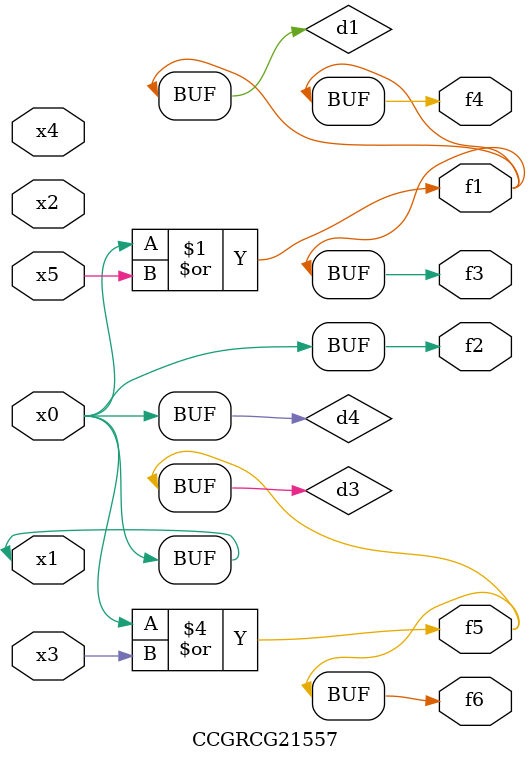
<source format=v>
module CCGRCG21557(
	input x0, x1, x2, x3, x4, x5,
	output f1, f2, f3, f4, f5, f6
);

	wire d1, d2, d3, d4;

	or (d1, x0, x5);
	xnor (d2, x1, x4);
	or (d3, x0, x3);
	buf (d4, x0, x1);
	assign f1 = d1;
	assign f2 = d4;
	assign f3 = d1;
	assign f4 = d1;
	assign f5 = d3;
	assign f6 = d3;
endmodule

</source>
